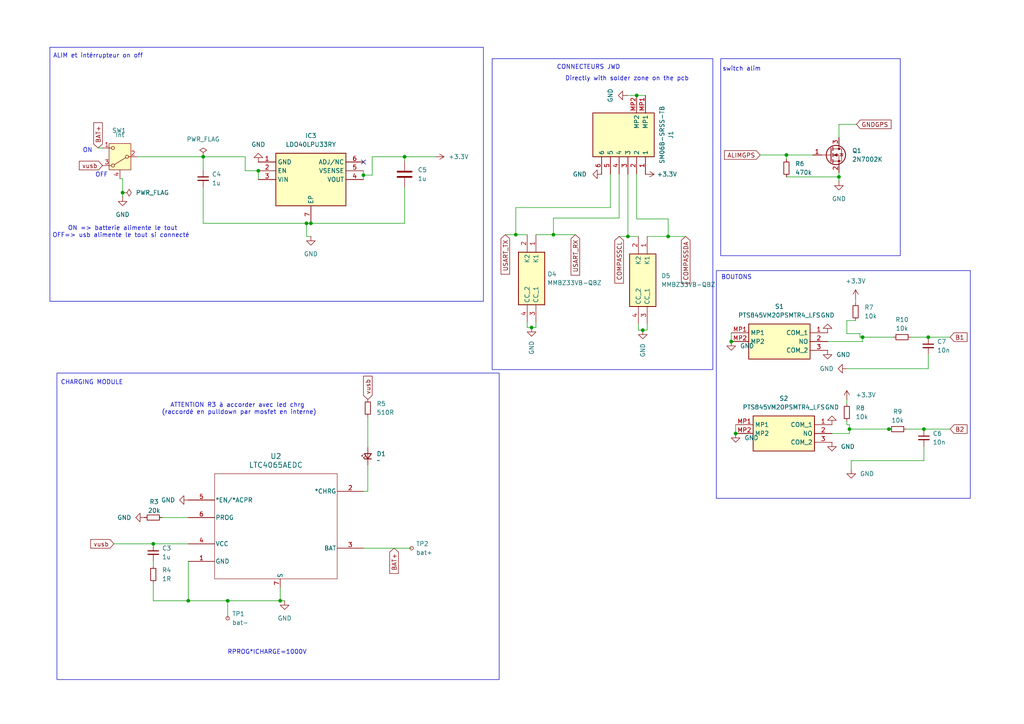
<source format=kicad_sch>
(kicad_sch (version 20231120) (generator "eeschema") (generator_version "8.0")
  (paper "A4")
  (lib_symbols
    (symbol "Connector:TestPoint_Small" (pin_numbers hide) (pin_names (offset 0.762) hide)
      (property "Reference" "TP" (at 0 3.81 0))
      (property "Value" "TestPoint_Small" (at 0 2.032 0))
      (symbol "TestPoint_Small_0_1"
        (circle (center 0 0) (radius 0.508))
      )
      (symbol "TestPoint_Small_1_1"
        (pin passive line (at 0 0 90) (length 0) (name "1") (number "1"))
      )
    )
    (symbol "Device:C" (pin_numbers hide) (pin_names (offset 0.254))
      (property "Reference" "C" (at 0.635 2.54 0))
      (property "Value" "C" (at 0.635 -2.54 0))
      (symbol "C_0_1"
        (polyline (pts (xy -2.032 -0.762) (xy 2.032 -0.762)) (stroke (width 0.508)))
        (polyline (pts (xy -2.032 0.762) (xy 2.032 0.762)) (stroke (width 0.508)))
      )
      (symbol "C_1_1"
        (pin passive line (at 0 3.81 270) (length 2.794) (name "~") (number "1"))
        (pin passive line (at 0 -3.81 90) (length 2.794) (name "~") (number "2"))
      )
    )
    (symbol "Device:C_Small" (pin_numbers hide) (pin_names (offset 0.254) hide)
      (property "Reference" "C" (at 0.254 1.778 0))
      (property "Value" "C_Small" (at 0.254 -2.032 0))
      (symbol "C_Small_0_1"
        (polyline (pts (xy -1.524 -0.508) (xy 1.524 -0.508)) (stroke (width 0.3302)))
        (polyline (pts (xy -1.524 0.508) (xy 1.524 0.508)) (stroke (width 0.3048)))
      )
      (symbol "C_Small_1_1"
        (pin passive line (at 0 2.54 270) (length 2.032) (name "~") (number "1"))
        (pin passive line (at 0 -2.54 90) (length 2.032) (name "~") (number "2"))
      )
    )
    (symbol "Device:LED_Small" (pin_numbers hide) (pin_names (offset 0.254) hide)
      (property "Reference" "D" (at -1.27 3.175 0))
      (property "Value" "LED_Small" (at -4.445 -2.54 0))
      (symbol "LED_Small_0_1"
        (polyline (pts (xy -0.762 -1.016) (xy -0.762 1.016)) (stroke (width 0.254)))
        (polyline (pts (xy 1.016 0) (xy -0.762 0)))
        (polyline (pts (xy 0.762 -1.016) (xy -0.762 0) (xy 0.762 1.016) (xy 0.762 -1.016)) (stroke (width 0.254)))
        (polyline (pts (xy 0 0.762) (xy -0.508 1.27) (xy -0.254 1.27) (xy -0.508 1.27) (xy -0.508 1.016)))
        (polyline (pts (xy 0.508 1.27) (xy 0 1.778) (xy 0.254 1.778) (xy 0 1.778) (xy 0 1.524)))
      )
      (symbol "LED_Small_1_1"
        (pin passive line (at -2.54 0 0) (length 1.778) (name "K") (number "1"))
        (pin passive line (at 2.54 0 180) (length 1.778) (name "A") (number "2"))
      )
    )
    (symbol "Device:R_Small" (pin_numbers hide) (pin_names (offset 0.254) hide)
      (property "Reference" "R" (at 0.762 0.508 0))
      (property "Value" "R_Small" (at 0.762 -1.016 0))
      (symbol "R_Small_0_1"
        (rectangle (start -0.762 1.778) (end 0.762 -1.778) (stroke (width 0.2032)))
      )
      (symbol "R_Small_1_1"
        (pin passive line (at 0 2.54 270) (length 0.762) (name "~") (number "1"))
        (pin passive line (at 0 -2.54 90) (length 0.762) (name "~") (number "2"))
      )
    )
    (symbol "LTC4065:LTC4065AEDC" (pin_names (offset 0.254))
      (property "Reference" "U2" (at 25.4 12.7 0))
      (property "Value" "LTC4065AEDC" (at 25.4 10.16 0))
      (symbol "LTC4065AEDC_0_1"
        (polyline (pts (xy 7.62 -22.86) (xy 43.18 -22.86)) (stroke (width 0.127)))
        (polyline (pts (xy 7.62 7.62) (xy 7.62 -22.86)) (stroke (width 0.127)))
        (polyline (pts (xy 43.18 -22.86) (xy 43.18 7.62)) (stroke (width 0.127)))
        (polyline (pts (xy 43.18 7.62) (xy 7.62 7.62)) (stroke (width 0.127)))
        (pin power_in line (at 0 -17.78 0) (length 7.62) (name "GND") (number "1"))
        (pin output line (at 50.8 2.54 180) (length 7.62) (name "*CHRG") (number "2"))
        (pin power_in line (at 0 -12.7 0) (length 7.62) (name "VCC") (number "4"))
        (pin bidirectional line (at 0 0 0) (length 7.62) (name "*EN/*ACPR") (number "5"))
        (pin unspecified line (at 0 -5.08 0) (length 7.62) (name "PROG") (number "6"))
      )
      (symbol "LTC4065AEDC_1_1"
        (pin power_out line (at 50.8 -13.97 180) (length 7.62) (name "BAT") (number "3"))
        (pin passive line (at 26.67 -25.4 90) (length 2.54) (name "S") (number "7"))
      )
    )
    (symbol "MMBZ33VB-QBZ:MMBZ33VB-QBZ"
      (property "Reference" "D" (at 21.59 7.62 0))
      (property "Value" "MMBZ33VB-QBZ" (at 21.59 5.08 0))
      (symbol "MMBZ33VB-QBZ_1_1"
        (rectangle (start 5.08 2.54) (end 20.32 -5.08) (stroke (width 0.254)) (fill (type background)))
        (pin passive line (at 0 0 0) (length 5.08) (name "K1") (number "1"))
        (pin passive line (at 0 -2.54 0) (length 5.08) (name "K2") (number "2"))
        (pin passive line (at 25.4 0 180) (length 5.08) (name "CC_1") (number "3"))
        (pin passive line (at 25.4 -2.54 180) (length 5.08) (name "CC_2") (number "4"))
      )
    )
    (symbol "SM06B-SRSS:SM06B-SRSS-TB"
      (property "Reference" "J" (at 19.05 7.62 0))
      (property "Value" "SM06B-SRSS-TB" (at 19.05 5.08 0))
      (symbol "SM06B-SRSS-TB_1_1"
        (rectangle (start 5.08 2.54) (end 17.78 -15.24) (stroke (width 0.254)) (fill (type background)))
        (pin passive line (at 22.86 0 180) (length 5.08) (name "1") (number "1"))
        (pin passive line (at 22.86 -2.54 180) (length 5.08) (name "2") (number "2"))
        (pin passive line (at 22.86 -5.08 180) (length 5.08) (name "3") (number "3"))
        (pin passive line (at 22.86 -7.62 180) (length 5.08) (name "4") (number "4"))
        (pin passive line (at 22.86 -10.16 180) (length 5.08) (name "5") (number "5"))
        (pin passive line (at 22.86 -12.7 180) (length 5.08) (name "6") (number "6"))
        (pin passive line (at 0 0 0) (length 5.08) (name "MP1") (number "MP1"))
        (pin passive line (at 0 -2.54 0) (length 5.08) (name "MP2") (number "MP2"))
      )
    )
    (symbol "Switch:SW_SPDT_321" (pin_names (offset 1) hide)
      (property "Reference" "SW6" (at 0.254 -7.62 0))
      (property "Value" "Int" (at 0 -6.35 0))
      (symbol "SW_SPDT_321_0_1"
        (circle (center -2.032 0) (radius 0.4572))
        (polyline (pts (xy -1.651 0.254) (xy 1.651 2.286)))
        (circle (center 2.032 -2.54) (radius 0.4572))
        (circle (center 2.032 2.54) (radius 0.4572))
      )
      (symbol "SW_SPDT_321_1_1"
        (rectangle (start -3.175 3.81) (end 3.175 -3.81) (fill (type background)))
        (pin passive line (at 5.08 -2.54 180) (length 2.54) (name "C") (number "1"))
        (pin passive line (at -5.08 0 0) (length 2.54) (name "B") (number "2"))
        (pin passive line (at 5.08 2.54 180) (length 2.54) (name "A") (number "3"))
        (pin passive line (at 0 6.35 270) (length 2.54) (name "S") (number "4"))
      )
    )
    (symbol "Transistor_FET:2N7002K" (pin_names hide)
      (property "Reference" "Q" (at 5.08 1.905 0))
      (property "Value" "2N7002K" (at 5.08 0 0))
      (symbol "2N7002K_0_1"
        (polyline (pts (xy 0.254 0) (xy -2.54 0)))
        (polyline (pts (xy 0.254 1.905) (xy 0.254 -1.905)) (stroke (width 0.254)))
        (polyline (pts (xy 0.762 -1.27) (xy 0.762 -2.286)) (stroke (width 0.254)))
        (polyline (pts (xy 0.762 0.508) (xy 0.762 -0.508)) (stroke (width 0.254)))
        (polyline (pts (xy 0.762 2.286) (xy 0.762 1.27)) (stroke (width 0.254)))
        (polyline (pts (xy 2.54 2.54) (xy 2.54 1.778)))
        (polyline (pts (xy 2.54 -2.54) (xy 2.54 0) (xy 0.762 0)))
        (polyline (pts (xy 0.762 -1.778) (xy 3.302 -1.778) (xy 3.302 1.778) (xy 0.762 1.778)))
        (polyline (pts (xy 1.016 0) (xy 2.032 0.381) (xy 2.032 -0.381) (xy 1.016 0)) (fill (type outline)))
        (polyline (pts (xy 2.794 0.508) (xy 2.921 0.381) (xy 3.683 0.381) (xy 3.81 0.254)))
        (polyline (pts (xy 3.302 0.381) (xy 2.921 -0.254) (xy 3.683 -0.254) (xy 3.302 0.381)))
        (circle (center 1.651 0) (radius 2.794) (stroke (width 0.254)))
        (circle (center 2.54 -1.778) (radius 0.254) (fill (type outline)))
        (circle (center 2.54 1.778) (radius 0.254) (fill (type outline)))
      )
      (symbol "2N7002K_1_1"
        (pin input line (at -5.08 0 0) (length 2.54) (name "G") (number "1"))
        (pin passive line (at 2.54 -5.08 90) (length 2.54) (name "S") (number "2"))
        (pin passive line (at 2.54 5.08 270) (length 2.54) (name "D") (number "3"))
      )
    )
    (symbol "ldo40pury:LDO40LPU33RY"
      (property "Reference" "IC" (at 26.67 7.62 0))
      (property "Value" "LDO40LPU33RY" (at 26.67 5.08 0))
      (symbol "LDO40LPU33RY_1_1"
        (rectangle (start 5.08 2.54) (end 25.4 -12.7) (stroke (width 0.254)) (fill (type background)))
        (pin passive line (at 0 0 0) (length 5.08) (name "GND") (number "1"))
        (pin passive line (at 0 -2.54 0) (length 5.08) (name "EN") (number "2"))
        (pin passive line (at 0 -5.08 0) (length 5.08) (name "VIN") (number "3"))
        (pin passive line (at 30.48 -5.08 180) (length 5.08) (name "VOUT") (number "4"))
        (pin passive line (at 30.48 -2.54 180) (length 5.08) (name "VSENSE") (number "5"))
        (pin passive line (at 30.48 0 180) (length 5.08) (name "ADJ/NC") (number "6"))
        (pin passive line (at 15.24 -17.78 90) (length 5.08) (name "EP") (number "7"))
      )
    )
    (symbol "power:+3.3V" (power) (pin_numbers hide) (pin_names (offset 0) hide)
      (property "Value" "+3.3V" (at 0 3.556 0))
      (symbol "+3.3V_0_1"
        (polyline (pts (xy -0.762 1.27) (xy 0 2.54)))
        (polyline (pts (xy 0 0) (xy 0 2.54)))
        (polyline (pts (xy 0 2.54) (xy 0.762 1.27)))
      )
      (symbol "+3.3V_1_1"
        (pin power_in line (at 0 0 90) (length 0) (name "~") (number "1"))
      )
    )
    (symbol "power:GND" (power) (pin_numbers hide) (pin_names (offset 0) hide)
      (property "Value" "GND" (at 0 -3.81 0))
      (symbol "GND_0_1"
        (polyline (pts (xy 0 0) (xy 0 -1.27) (xy 1.27 -1.27) (xy 0 -2.54) (xy -1.27 -1.27) (xy 0 -1.27)))
      )
      (symbol "GND_1_1"
        (pin power_in line (at 0 0 270) (length 0) (name "~") (number "1"))
      )
    )
    (symbol "power:PWR_FLAG" (power) (pin_numbers hide) (pin_names (offset 0) hide)
      (property "Value" "PWR_FLAG" (at 0 3.81 0))
      (symbol "PWR_FLAG_0_0"
        (pin power_out line (at 0 0 90) (length 0) (name "~") (number "1"))
      )
      (symbol "PWR_FLAG_0_1"
        (polyline (pts (xy 0 0) (xy 0 1.27) (xy -1.016 1.905) (xy 0 2.54) (xy 1.016 1.905) (xy 0 1.27)))
      )
    )
    (symbol "pts845:PTS845VM20PSMTR4_LFS"
      (property "Reference" "S" (at 24.13 7.62 0))
      (property "Value" "PTS845VM20PSMTR4_LFS" (at 24.13 5.08 0))
      (symbol "PTS845VM20PSMTR4_LFS_1_1"
        (rectangle (start 5.08 2.54) (end 22.86 -7.62) (stroke (width 0.254)) (fill (type background)))
        (pin passive line (at 27.94 0 180) (length 5.08) (name "COM_1") (number "1"))
        (pin passive line (at 27.94 -2.54 180) (length 5.08) (name "NO") (number "2"))
        (pin passive line (at 27.94 -5.08 180) (length 5.08) (name "COM_2") (number "3"))
        (pin passive line (at 0 0 0) (length 5.08) (name "MP1") (number "MP1"))
        (pin passive line (at 0 -2.54 0) (length 5.08) (name "MP2") (number "MP2"))
      )
    )
  )
  (junction (at 243.332 51.308))
  (junction (at 44.45 157.734))
  (junction (at 117.348 45.466))
  (junction (at 193.802 68.58))
  (junction (at 149.606 68.072))
  (junction (at 246.38 124.46))
  (junction (at 105.41 50.8))
  (junction (at 212.09 99.06))
  (junction (at 269.24 97.79))
  (junction (at 257.81 124.46))
  (junction (at 154.178 94.996))
  (junction (at 182.118 68.58))
  (junction (at 58.928 45.466))
  (junction (at 81.28 174.244))
  (junction (at 228.092 44.958))
  (junction (at 267.97 124.46))
  (junction (at 88.9 64.77))
  (junction (at 160.528 68.072))
  (junction (at 66.04 174.244))
  (junction (at 213.36 125.73))
  (junction (at 90.17 64.77))
  (junction (at 184.658 27.686))
  (junction (at 35.56 55.88))
  (junction (at 74.93 49.53))
  (junction (at 250.19 97.79))
  (junction (at 54.61 174.244))
  (junction (at 186.436 95.758))
  (no_connect (at 105.41 46.99))
  (wire (pts (xy 184.658 27.686) (xy 181.864 27.686)))
  (wire (pts (xy 54.61 162.814) (xy 54.61 174.244)))
  (wire (pts (xy 250.19 99.06) (xy 250.19 97.79)))
  (wire (pts (xy 35.56 51.816) (xy 34.798 51.816)))
  (wire (pts (xy 66.04 174.244) (xy 81.28 174.244)))
  (wire (pts (xy 44.45 169.164) (xy 44.45 174.244)))
  (wire (pts (xy 117.348 45.466) (xy 117.348 46.736)))
  (wire (pts (xy 177.038 50.546) (xy 177.038 60.198)))
  (wire (pts (xy 262.89 124.46) (xy 267.97 124.46)))
  (wire (pts (xy 243.332 51.308) (xy 243.332 52.578)))
  (wire (pts (xy 187.706 95.758) (xy 186.436 95.758)))
  (wire (pts (xy 267.97 129.54) (xy 267.97 133.604)))
  (wire (pts (xy 105.41 50.8) (xy 105.41 52.07)))
  (wire (pts (xy 71.12 49.53) (xy 74.93 49.53)))
  (wire (pts (xy 240.03 99.06) (xy 250.19 99.06)))
  (wire (pts (xy 149.606 68.072) (xy 152.908 68.072)))
  (wire (pts (xy 246.38 124.46) (xy 257.81 124.46)))
  (wire (pts (xy 182.118 50.546) (xy 182.118 68.58)))
  (wire (pts (xy 90.17 64.77) (xy 117.348 64.77)))
  (wire (pts (xy 228.092 44.958) (xy 228.092 46.228)))
  (wire (pts (xy 248.412 36.068) (xy 243.332 36.068)))
  (wire (pts (xy 105.41 50.8) (xy 107.95 50.8)))
  (wire (pts (xy 58.928 64.77) (xy 88.9 64.77)))
  (wire (pts (xy 245.618 96.774) (xy 249.428 96.774)))
  (wire (pts (xy 245.618 92.964) (xy 245.618 96.774)))
  (wire (pts (xy 267.97 124.46) (xy 275.59 124.46)))
  (wire (pts (xy 28.448 42.926) (xy 29.718 42.926)))
  (wire (pts (xy 81.28 174.244) (xy 82.55 174.244)))
  (wire (pts (xy 44.45 174.244) (xy 54.61 174.244)))
  (wire (pts (xy 44.45 157.734) (xy 54.61 157.734)))
  (wire (pts (xy 246.38 123.19) (xy 246.38 124.46)))
  (wire (pts (xy 106.68 120.904) (xy 106.68 129.794)))
  (wire (pts (xy 185.166 93.98) (xy 185.166 95.758)))
  (wire (pts (xy 160.528 68.072) (xy 166.878 68.072)))
  (wire (pts (xy 269.24 97.79) (xy 275.59 97.79)))
  (wire (pts (xy 249.428 96.774) (xy 249.428 97.79)))
  (wire (pts (xy 220.472 44.958) (xy 228.092 44.958)))
  (wire (pts (xy 90.17 68.58) (xy 88.9 68.58)))
  (wire (pts (xy 186.436 95.758) (xy 185.166 95.758)))
  (wire (pts (xy 269.24 102.87) (xy 269.24 106.934)))
  (wire (pts (xy 105.41 159.004) (xy 119.38 159.004)))
  (wire (pts (xy 267.97 133.604) (xy 246.888 133.604)))
  (wire (pts (xy 66.04 174.244) (xy 66.04 179.324)))
  (wire (pts (xy 154.178 94.996) (xy 155.448 94.996)))
  (wire (pts (xy 245.618 106.934) (xy 269.24 106.934)))
  (wire (pts (xy 245.618 92.964) (xy 248.158 92.964)))
  (wire (pts (xy 187.706 93.98) (xy 187.706 95.758)))
  (wire (pts (xy 212.09 96.52) (xy 212.09 99.06)))
  (wire (pts (xy 105.41 142.494) (xy 106.68 142.494)))
  (wire (pts (xy 258.572 124.46) (xy 257.81 124.46)))
  (wire (pts (xy 213.36 123.19) (xy 213.36 125.73)))
  (wire (pts (xy 182.118 68.58) (xy 185.166 68.58)))
  (wire (pts (xy 264.16 97.79) (xy 269.24 97.79)))
  (wire (pts (xy 248.158 87.884) (xy 248.158 86.614)))
  (wire (pts (xy 33.02 157.734) (xy 44.45 157.734)))
  (wire (pts (xy 184.658 63.5) (xy 193.802 63.5)))
  (wire (pts (xy 243.332 50.038) (xy 243.332 51.308)))
  (wire (pts (xy 246.38 124.46) (xy 246.38 125.73)))
  (wire (pts (xy 149.606 60.198) (xy 149.606 68.072)))
  (wire (pts (xy 246.888 133.604) (xy 246.888 136.144)))
  (wire (pts (xy 249.428 97.79) (xy 250.19 97.79)))
  (wire (pts (xy 179.578 68.58) (xy 182.118 68.58)))
  (wire (pts (xy 245.618 123.19) (xy 245.618 122.174)))
  (wire (pts (xy 250.19 97.79) (xy 259.08 97.79)))
  (wire (pts (xy 228.092 44.958) (xy 235.712 44.958)))
  (wire (pts (xy 198.882 68.58) (xy 193.802 68.58)))
  (wire (pts (xy 117.348 54.356) (xy 117.348 64.77)))
  (wire (pts (xy 241.3 125.73) (xy 246.38 125.73)))
  (wire (pts (xy 245.618 117.094) (xy 245.618 115.824)))
  (wire (pts (xy 35.56 57.15) (xy 35.56 55.88)))
  (wire (pts (xy 58.928 54.356) (xy 58.928 64.77)))
  (wire (pts (xy 71.12 45.466) (xy 58.928 45.466)))
  (wire (pts (xy 146.558 68.072) (xy 149.606 68.072)))
  (wire (pts (xy 44.45 162.814) (xy 44.45 164.084)))
  (wire (pts (xy 35.56 55.88) (xy 35.56 51.816)))
  (wire (pts (xy 246.38 123.19) (xy 245.618 123.19)))
  (wire (pts (xy 228.092 51.308) (xy 243.332 51.308)))
  (wire (pts (xy 177.038 60.198) (xy 149.606 60.198)))
  (wire (pts (xy 107.95 45.466) (xy 117.348 45.466)))
  (wire (pts (xy 152.908 94.996) (xy 154.178 94.996)))
  (wire (pts (xy 39.878 45.466) (xy 58.928 45.466)))
  (wire (pts (xy 155.448 68.072) (xy 160.528 68.072)))
  (wire (pts (xy 105.41 49.53) (xy 105.41 50.8)))
  (wire (pts (xy 54.61 174.244) (xy 66.04 174.244)))
  (wire (pts (xy 107.95 50.8) (xy 107.95 45.466)))
  (wire (pts (xy 106.68 142.494) (xy 106.68 134.874)))
  (wire (pts (xy 71.12 49.53) (xy 71.12 45.466)))
  (wire (pts (xy 74.93 52.07) (xy 74.93 49.53)))
  (wire (pts (xy 184.658 50.546) (xy 184.658 63.5)))
  (wire (pts (xy 193.802 63.5) (xy 193.802 68.58)))
  (wire (pts (xy 160.528 63.246) (xy 160.528 68.072)))
  (wire (pts (xy 179.578 63.246) (xy 160.528 63.246)))
  (wire (pts (xy 58.928 45.466) (xy 58.928 49.276)))
  (wire (pts (xy 46.99 150.114) (xy 54.61 150.114)))
  (wire (pts (xy 187.706 68.58) (xy 193.802 68.58)))
  (wire (pts (xy 243.332 36.068) (xy 243.332 39.878)))
  (wire (pts (xy 81.28 170.434) (xy 81.28 174.244)))
  (wire (pts (xy 88.9 64.77) (xy 90.17 64.77)))
  (wire (pts (xy 117.348 45.466) (xy 126.238 45.466)))
  (wire (pts (xy 152.908 93.472) (xy 152.908 94.996)))
  (wire (pts (xy 179.578 50.546) (xy 179.578 63.246)))
  (wire (pts (xy 88.9 64.77) (xy 88.9 68.58)))
  (wire (pts (xy 155.448 94.996) (xy 155.448 93.472)))
  (wire (pts (xy 187.198 27.686) (xy 184.658 27.686)))
  (rectangle (start 16.51 108.204) (end 144.78 197.104))
  (rectangle (start 207.772 78.486) (end 281.432 144.526))
  (rectangle (start 142.748 17.018) (end 206.756 107.188))
  (rectangle (start 14.478 13.716) (end 140.208 87.376))
  (rectangle (start 209.042 17.018) (end 261.112 74.168))
  (text "ALIM et intérrupteur on off" (at 28.448 16.256 0) (effects (font (size 1.27 1.27))))
  (text "BOUTONS" (at 213.614 80.518 0) (effects (font (size 1.27 1.27))))
  (text "ON => batterie alimente le tout\nOFF=> usb alimente le tout si connecté " (at 35.56 67.31 0) (effects (font (size 1.27 1.27))))
  (text "switch alim" (at 215.138 20.066 0) (effects (font (size 1.27 1.27))))
  (text "OFF" (at 29.464 50.8 0) (effects (font (size 1.27 1.27))))
  (text "RPROG*ICHARGE=1000V" (at 77.47 189.23 0) (effects (font (size 1.27 1.27))))
  (text "Directly with solder zone on the pcb" (at 181.864 22.86 0) (effects (font (size 1.27 1.27))))
  (text "ATTENTION R3 à accorder avec led chrg \n(raccordé en pulldown par mosfet en interne)\n" (at 69.342 118.618 0) (effects (font (size 1.27 1.27))))
  (text "CONNECTEURS JWD" (at 170.688 19.558 0) (effects (font (size 1.27 1.27))))
  (text "ON" (at 25.4 43.688 0) (effects (font (size 1.27 1.27))))
  (text "CHARGING MODULE" (at 26.67 110.998 0) (effects (font (size 1.27 1.27))))
  (global_label "vusb" (shape input) (at 106.68 115.824 90) (property "Intersheetrefs" "${INTERSHEET_REFS}" (effects (hide yes))))
  (global_label "BAT+" (shape input) (at 114.3 159.004 270) (property "Intersheetrefs" "${INTERSHEET_REFS}" (effects (hide yes))))
  (global_label "GNDGPS" (shape input) (at 248.412 36.068 0) (property "Intersheetrefs" "${INTERSHEET_REFS}" (effects (hide yes))))
  (global_label "ALIMGPS" (shape input) (at 220.472 44.958 180) (property "Intersheetrefs" "${INTERSHEET_REFS}" (effects (hide yes))))
  (global_label "USART_RX" (shape input) (at 166.878 68.072 270) (property "Intersheetrefs" "${INTERSHEET_REFS}" (effects (hide yes))))
  (global_label "USART_TX" (shape input) (at 146.558 68.072 270) (property "Intersheetrefs" "${INTERSHEET_REFS}" (effects (hide yes))))
  (global_label "BAT+" (shape input) (at 28.448 42.926 90) (property "Intersheetrefs" "${INTERSHEET_REFS}" (effects (hide yes))))
  (global_label "B2" (shape input) (at 275.59 124.46 0) (property "Intersheetrefs" "${INTERSHEET_REFS}" (effects (hide yes))))
  (global_label "COMPASSDA" (shape input) (at 198.882 68.58 270) (property "Intersheetrefs" "${INTERSHEET_REFS}" (effects (hide yes))))
  (global_label "vusb" (shape input) (at 29.718 48.006 180) (property "Intersheetrefs" "${INTERSHEET_REFS}" (effects (hide yes))))
  (global_label "COMPASSCL" (shape input) (at 179.578 68.58 270) (property "Intersheetrefs" "${INTERSHEET_REFS}" (effects (hide yes))))
  (global_label "vusb" (shape input) (at 33.02 157.734 180) (property "Intersheetrefs" "${INTERSHEET_REFS}" (effects (hide yes))))
  (global_label "B1" (shape input) (at 275.59 97.79 0) (property "Intersheetrefs" "${INTERSHEET_REFS}" (effects (hide yes))))
  (symbol (lib_id "pts845:PTS845VM20PSMTR4_LFS") (at 213.36 123.19 0) (unit 1)
    (property "Reference" "S2" (at 227.33 115.57 0))
    (property "Value" "PTS845VM20PSMTR4_LFS" (at 227.33 118.11 0))
    (property "Footprint" "pts845:PTS845VM20PSMTR4LFS" (effects (hide yes)))
    (property "Datasheet" "https://www.ckswitches.com/media/3009/pts845.pdf" (effects (hide yes)))
    (property "Description" "Tactile Switches 50mA 12VDC, 80gf, Grey Actuator" (effects (hide yes)))
    (property "Height" "3.3" (effects (hide yes)))
    (property "Manufacturer_Name" "C & K COMPONENTS" (effects (hide yes)))
    (property "Manufacturer_Part_Number" "PTS845VM20PSMTR4 LFS" (effects (hide yes)))
    (property "Mouser Part Number" "611-PTS845VM20PSMTR4" (effects (hide yes)))
    (property "Mouser Price/Stock" "https://www.mouser.co.uk/ProductDetail/CK/PTS845VM20PSMTR4-LFS?qs=81r%252BiQLm7BQxQDX8di0zbw%3D%3D" (effects (hide yes)))
    (property "Arrow Part Number" "PTS845VM20PSMTR4 LFS" (effects (hide yes)))
    (property "Arrow Price/Stock" "https://www.arrow.com/en/products/pts845vm20psmtr4lfs/ck?region=nac" (effects (hide yes)))
  )
  (symbol (lib_id "power:GND") (at 240.03 101.6 0) (unit 1)
    (property "Reference" "#PWR058" (effects (hide yes)))
    (property "Value" "GND" (at 242.57 102.8699 0) (effects (justify left)))
    (property "Description" "Power symbol creates a global label with name \"GND\" , ground" (effects (hide yes)))
  )
  (symbol (lib_id "Switch:SW_SPDT_321") (at 34.798 45.466 180) (unit 1)
    (property "Reference" "SW1" (at 34.544 37.846 0))
    (property "Value" "Int" (at 34.798 39.116 0))
    (property "Footprint" "SW_PCM:SW_PCM" (effects (hide yes)))
    (property "Description" "Switch, single pole double throw" (effects (hide yes)))
  )
  (symbol (lib_id "Device:R_Small") (at 106.68 118.364 0) (unit 1)
    (property "Reference" "R5" (at 109.22 117.0939 0) (effects (justify left)))
    (property "Value" "510R" (at 109.22 119.6339 0) (effects (justify left)))
    (property "Footprint" "Resistor_SMD:R_0402_1005Metric" (effects (hide yes)))
    (property "Description" "Resistor, small symbol" (effects (hide yes)))
  )
  (symbol (lib_id "Connector:TestPoint_Small") (at 66.04 179.324 0) (unit 1)
    (property "Reference" "TP1" (at 67.31 178.0539 0) (effects (justify left)))
    (property "Value" "bat-" (at 67.31 180.5939 0) (effects (justify left)))
    (property "Footprint" "TestPoint:TestPoint_THTPad_D1.0mm_Drill0.5mm" (effects (hide yes)))
    (property "Description" "test point" (effects (hide yes)))
  )
  (symbol (lib_id "power:GND") (at 41.91 150.114 270) (unit 1)
    (property "Reference" "#PWR02" (effects (hide yes)))
    (property "Value" "GND" (at 38.1 150.1139 90) (effects (justify right)))
    (property "Description" "Power symbol creates a global label with name \"GND\" , ground" (effects (hide yes)))
  )
  (symbol (lib_id "power:GND") (at 243.332 52.578 0) (unit 1)
    (property "Reference" "#PWR011" (effects (hide yes)))
    (property "Value" "GND" (at 243.332 57.658 0))
    (property "Description" "Power symbol creates a global label with name \"GND\" , ground" (effects (hide yes)))
  )
  (symbol (lib_id "power:GND") (at 35.56 57.15 0) (unit 1)
    (property "Reference" "#PWR01" (effects (hide yes)))
    (property "Value" "GND" (at 35.56 62.23 0))
    (property "Description" "Power symbol creates a global label with name \"GND\" , ground" (effects (hide yes)))
  )
  (symbol (lib_id "power:GND") (at 82.55 174.244 0) (unit 1)
    (property "Reference" "#PWR04" (effects (hide yes)))
    (property "Value" "GND" (at 82.55 179.324 0))
    (property "Description" "Power symbol creates a global label with name \"GND\" , ground" (effects (hide yes)))
  )
  (symbol (lib_id "power:GND") (at 186.436 95.758 0) (unit 1)
    (property "Reference" "#PWR050" (effects (hide yes)))
    (property "Value" "GND" (at 186.4361 99.568 90) (effects (justify right)))
    (property "Description" "Power symbol creates a global label with name \"GND\" , ground" (effects (hide yes)))
  )
  (symbol (lib_id "Device:R_Small") (at 261.62 97.79 90) (unit 1)
    (property "Reference" "R10" (at 261.62 92.71 90))
    (property "Value" "10k" (at 261.62 95.25 90))
    (property "Footprint" "Resistor_SMD:R_0402_1005Metric" (effects (hide yes)))
    (property "Description" "Resistor, small symbol" (effects (hide yes)))
  )
  (symbol (lib_id "Device:C_Small") (at 269.24 100.33 0) (unit 1)
    (property "Reference" "C7" (at 271.78 99.0662 0) (effects (justify left)))
    (property "Value" "10n" (at 271.78 101.6062 0) (effects (justify left)))
    (property "Footprint" "Capacitor_SMD:C_0402_1005Metric" (effects (hide yes)))
    (property "Description" "Unpolarized capacitor, small symbol" (effects (hide yes)))
  )
  (symbol (lib_id "power:GND") (at 240.03 96.52 180) (unit 1)
    (property "Reference" "#PWR059" (effects (hide yes)))
    (property "Value" "GND" (at 240.03 91.44 0))
    (property "Description" "Power symbol creates a global label with name \"GND\" , ground" (effects (hide yes)))
  )
  (symbol (lib_id "power:+3.3V") (at 126.238 45.466 270) (unit 1)
    (property "Reference" "#PWR06" (effects (hide yes)))
    (property "Value" "+3.3V" (at 130.048 45.4659 90) (effects (justify left)))
    (property "Description" "Power symbol creates a global label with name \"+3.3V\"" (effects (hide yes)))
  )
  (symbol (lib_id "Device:R_Small") (at 44.45 150.114 90) (unit 1)
    (property "Reference" "R3" (at 44.704 145.542 90))
    (property "Value" "20k" (at 44.704 148.082 90))
    (property "Footprint" "Resistor_SMD:R_0402_1005Metric" (effects (hide yes)))
    (property "Description" "Resistor, small symbol" (effects (hide yes)))
  )
  (symbol (lib_id "power:+3.3V") (at 187.198 50.546 270) (unit 1)
    (property "Reference" "#PWR09" (effects (hide yes)))
    (property "Value" "+3.3V" (at 190.5 50.5459 90) (effects (justify left)))
    (property "Description" "Power symbol creates a global label with name \"+3.3V\"" (effects (hide yes)))
  )
  (symbol (lib_id "power:GND") (at 212.09 99.06 0) (unit 1)
    (property "Reference" "#PWR060" (effects (hide yes)))
    (property "Value" "GND" (at 214.63 100.3299 0) (effects (justify left)))
    (property "Description" "Power symbol creates a global label with name \"GND\" , ground" (effects (hide yes)))
  )
  (symbol (lib_id "power:+3.3V") (at 248.158 86.614 0) (unit 1)
    (property "Reference" "#PWR013" (effects (hide yes)))
    (property "Value" "+3.3V" (at 248.158 81.534 0))
    (property "Description" "Power symbol creates a global label with name \"+3.3V\"" (effects (hide yes)))
  )
  (symbol (lib_id "Device:R_Small") (at 260.35 124.46 90) (unit 1)
    (property "Reference" "R9" (at 260.35 119.38 90))
    (property "Value" "10k" (at 260.35 121.92 90))
    (property "Footprint" "Resistor_SMD:R_0402_1005Metric" (effects (hide yes)))
    (property "Description" "Resistor, small symbol" (effects (hide yes)))
  )
  (symbol (lib_id "Device:C_Small") (at 58.928 51.816 0) (unit 1)
    (property "Reference" "C4" (at 61.468 50.5522 0) (effects (justify left)))
    (property "Value" "1u" (at 61.468 53.0922 0) (effects (justify left)))
    (property "Footprint" "Capacitor_SMD:C_0402_1005Metric" (effects (hide yes)))
    (property "Description" "Unpolarized capacitor, small symbol" (effects (hide yes)))
  )
  (symbol (lib_id "power:PWR_FLAG") (at 35.56 55.88 270) (unit 1)
    (property "Reference" "#FLG07" (effects (hide yes)))
    (property "Value" "PWR_FLAG" (at 39.37 55.8799 90) (effects (justify left)))
    (property "Description" "Special symbol for telling ERC where power comes from" (effects (hide yes)))
  )
  (symbol (lib_id "power:GND") (at 241.3 123.19 180) (unit 1)
    (property "Reference" "#PWR057" (effects (hide yes)))
    (property "Value" "GND" (at 241.3 118.11 0))
    (property "Description" "Power symbol creates a global label with name \"GND\" , ground" (effects (hide yes)))
  )
  (symbol (lib_id "power:GND") (at 90.17 68.58 0) (unit 1)
    (property "Reference" "#PWR05" (effects (hide yes)))
    (property "Value" "GND" (at 90.17 73.66 0))
    (property "Description" "Power symbol creates a global label with name \"GND\" , ground" (effects (hide yes)))
  )
  (symbol (lib_id "Device:LED_Small") (at 106.68 132.334 90) (unit 1)
    (property "Reference" "D1" (at 109.22 131.6354 90) (effects (justify right)))
    (property "Value" "~" (at 109.22 133.5405 90) (effects (justify right)))
    (property "Footprint" "LED_SMD:LED_0201_0603Metric_Pad0.64x0.40mm_HandSolder" (effects (hide yes)))
    (property "Description" "Light emitting diode, small symbol" (effects (hide yes)))
  )
  (symbol (lib_id "power:GND") (at 241.3 128.27 0) (unit 1)
    (property "Reference" "#PWR055" (effects (hide yes)))
    (property "Value" "GND" (at 243.84 129.5399 0) (effects (justify left)))
    (property "Description" "Power symbol creates a global label with name \"GND\" , ground" (effects (hide yes)))
  )
  (symbol (lib_id "power:GND") (at 74.93 46.99 180) (unit 1)
    (property "Reference" "#PWR054" (effects (hide yes)))
    (property "Value" "GND" (at 74.93 41.91 0))
    (property "Description" "Power symbol creates a global label with name \"GND\" , ground" (effects (hide yes)))
  )
  (symbol (lib_id "Device:C_Small") (at 44.45 160.274 0) (unit 1)
    (property "Reference" "C3" (at 46.99 159.0102 0) (effects (justify left)))
    (property "Value" "1u" (at 46.99 161.5502 0) (effects (justify left)))
    (property "Footprint" "Capacitor_SMD:C_0402_1005Metric" (effects (hide yes)))
    (property "Description" "Unpolarized capacitor, small symbol" (effects (hide yes)))
  )
  (symbol (lib_id "power:GND") (at 245.618 106.934 270) (unit 1)
    (property "Reference" "#PWR012" (effects (hide yes)))
    (property "Value" "GND" (at 241.808 106.9339 90) (effects (justify right)))
    (property "Description" "Power symbol creates a global label with name \"GND\" , ground" (effects (hide yes)))
  )
  (symbol (lib_id "pts845:PTS845VM20PSMTR4_LFS") (at 212.09 96.52 0) (unit 1)
    (property "Reference" "S1" (at 226.06 88.9 0))
    (property "Value" "PTS845VM20PSMTR4_LFS" (at 226.06 91.44 0))
    (property "Footprint" "pts845:PTS845VM20PSMTR4LFS" (effects (hide yes)))
    (property "Datasheet" "https://www.ckswitches.com/media/3009/pts845.pdf" (effects (hide yes)))
    (property "Description" "Tactile Switches 50mA 12VDC, 80gf, Grey Actuator" (effects (hide yes)))
    (property "Height" "3.3" (effects (hide yes)))
    (property "Manufacturer_Name" "C & K COMPONENTS" (effects (hide yes)))
    (property "Manufacturer_Part_Number" "PTS845VM20PSMTR4 LFS" (effects (hide yes)))
    (property "Mouser Part Number" "611-PTS845VM20PSMTR4" (effects (hide yes)))
    (property "Mouser Price/Stock" "https://www.mouser.co.uk/ProductDetail/CK/PTS845VM20PSMTR4-LFS?qs=81r%252BiQLm7BQxQDX8di0zbw%3D%3D" (effects (hide yes)))
    (property "Arrow Part Number" "PTS845VM20PSMTR4 LFS" (effects (hide yes)))
    (property "Arrow Price/Stock" "https://www.arrow.com/en/products/pts845vm20psmtr4lfs/ck?region=nac" (effects (hide yes)))
  )
  (symbol (lib_id "MMBZ33VB-QBZ:MMBZ33VB-QBZ") (at 155.448 68.072 270) (unit 1)
    (property "Reference" "D4" (at 158.75 79.5019 90) (effects (justify left)))
    (property "Value" "MMBZ33VB-QBZ" (at 158.75 82.0419 90) (effects (justify left)))
    (property "Footprint" "MMBZ33VBQBZ:BC847BQBZ" (effects (hide yes)))
    (property "Datasheet" "https://assets.nexperia.com/documents/data-sheet/MMBZ33VB-QB.pdf" (effects (hide yes)))
    (property "Description" "Low capacitance bidirectional dual line ESD protection diode" (effects (hide yes)))
    (property "Height" "0.5" (effects (hide yes)))
    (property "Manufacturer_Name" "Nexperia" (effects (hide yes)))
    (property "Manufacturer_Part_Number" "MMBZ33VB-QBZ" (effects (hide yes)))
    (property "Mouser Part Number" "771-MMBZ33VBQBZ" (effects (hide yes)))
    (property "Mouser Price/Stock" "https://www.mouser.co.uk/ProductDetail/Nexperia/MMBZ33VB-QBZ?qs=olJun0bQHM%2F4IJBwkSgIfQ%3D%3D" (effects (hide yes)))
  )
  (symbol (lib_id "power:GND") (at 213.36 125.73 0) (unit 1)
    (property "Reference" "#PWR056" (effects (hide yes)))
    (property "Value" "GND" (at 215.9 126.9999 0) (effects (justify left)))
    (property "Description" "Power symbol creates a global label with name \"GND\" , ground" (effects (hide yes)))
  )
  (symbol (lib_id "Device:C_Small") (at 267.97 127 0) (unit 1)
    (property "Reference" "C6" (at 270.51 125.7362 0) (effects (justify left)))
    (property "Value" "10n" (at 270.51 128.2762 0) (effects (justify left)))
    (property "Footprint" "Capacitor_SMD:C_0402_1005Metric" (effects (hide yes)))
    (property "Description" "Unpolarized capacitor, small symbol" (effects (hide yes)))
  )
  (symbol (lib_id "LTC4065:LTC4065AEDC") (at 54.61 145.034 0) (unit 1)
    (property "Reference" "U2" (at 80.01 132.334 0) (effects (font (size 1.524 1.524))))
    (property "Value" "LTC4065AEDC" (at 80.01 134.874 0) (effects (font (size 1.524 1.524))))
    (property "Footprint" "ltc4065:DFN-6_DC_LIT" (effects (hide yes)))
    (property "Datasheet" "https://www.analog.com/media/en/technical-documentation/data-sheets/4065fb.pdf" (effects (hide yes)))
    (property "Description" "LTC4065AEDC" (effects (hide yes)))
  )
  (symbol (lib_id "Device:R_Small") (at 228.092 48.768 0) (unit 1)
    (property "Reference" "R6" (at 230.632 47.4979 0) (effects (justify left)))
    (property "Value" "470k" (at 230.632 50.0379 0) (effects (justify left)))
    (property "Footprint" "Resistor_SMD:R_0402_1005Metric" (effects (hide yes)))
    (property "Description" "Resistor, small symbol" (effects (hide yes)))
  )
  (symbol (lib_id "SM06B-SRSS:SM06B-SRSS-TB") (at 187.198 27.686 270) (unit 1)
    (property "Reference" "J1" (at 194.564 39.116 0))
    (property "Value" "SM06B-SRSS-TB" (at 192.024 39.116 0))
    (property "Footprint" "Connector_JST:JST_SH_SM06B-SRSS-TB_1x06-1MP_P1.00mm_Horizontal" (effects (hide yes)))
    (property "Datasheet" "https://media.digikey.com/pdf/Data%20Sheets/JST%20PDFs/SR%20Connector.pdf" (effects (hide yes)))
    (property "Description" "CONN HEADER SH 6POS SIDE 1MM TIN" (effects (hide yes)))
    (property "Height" "2.95" (effects (hide yes)))
    (property "Manufacturer_Name" "JST (JAPAN SOLDERLESS TERMINALS)" (effects (hide yes)))
    (property "Manufacturer_Part_Number" "SM06B-SRSS-TB" (effects (hide yes)))
  )
  (symbol (lib_id "power:GND") (at 181.864 27.686 270) (unit 1)
    (property "Reference" "#PWR07" (effects (hide yes)))
    (property "Value" "GND" (at 177.038 27.686 0))
    (property "Description" "Power symbol creates a global label with name \"GND\" , ground" (effects (hide yes)))
  )
  (symbol (lib_id "Device:R_Small") (at 248.158 90.424 0) (unit 1)
    (property "Reference" "R7" (at 250.698 89.1539 0) (effects (justify left)))
    (property "Value" "10k" (at 250.698 91.6939 0) (effects (justify left)))
    (property "Footprint" "Resistor_SMD:R_0402_1005Metric" (effects (hide yes)))
    (property "Description" "Resistor, small symbol" (effects (hide yes)))
  )
  (symbol (lib_id "power:GND") (at 154.178 94.996 0) (unit 1)
    (property "Reference" "#PWR049" (effects (hide yes)))
    (property "Value" "GND" (at 154.1781 98.806 90) (effects (justify right)))
    (property "Description" "Power symbol creates a global label with name \"GND\" , ground" (effects (hide yes)))
  )
  (symbol (lib_id "Transistor_FET:2N7002K") (at 240.792 44.958 0) (unit 1)
    (property "Reference" "Q1" (at 247.142 43.6879 0) (effects (justify left)))
    (property "Value" "2N7002K" (at 247.142 46.2279 0) (effects (justify left)))
    (property "Footprint" "2N7002KQBZ:2N7002KQB" (effects (hide yes)))
    (property "Datasheet" "https://www.mouser.fr/datasheet/2/916/2N7002KQB-2721666.pdf" (effects (hide yes)))
    (property "Description" "2N7002KQBZ" (effects (hide yes)))
  )
  (symbol (lib_id "ldo40pury:LDO40LPU33RY") (at 74.93 46.99 0) (unit 1)
    (property "Reference" "IC3" (at 90.17 39.37 0))
    (property "Value" "LDO40LPU33RY" (at 90.17 41.91 0))
    (property "Footprint" "ldo40pury:SON95P300X300X90-7N-D" (effects (hide yes)))
    (property "Datasheet" "https://www.st.com/resource/en/datasheet/ldo40l.pdf" (effects (hide yes)))
    (property "Description" "LDO Voltage Regulators POWER MANAGEMENT" (effects (hide yes)))
    (property "Height" "0.9" (effects (hide yes)))
    (property "Manufacturer_Name" "STMicroelectronics" (effects (hide yes)))
    (property "Manufacturer_Part_Number" "LDO40LPU33RY" (effects (hide yes)))
    (property "Mouser Part Number" "511-LDO40LPU33RY" (effects (hide yes)))
    (property "Mouser Price/Stock" "https://www.mouser.co.uk/ProductDetail/STMicroelectronics/LDO40LPU33RY?qs=qSfuJ%252Bfl%2Fd5qazWclm%2Ffpg%3D%3D" (effects (hide yes)))
    (property "Arrow Part Number" "LDO40LPU33RY" (effects (hide yes)))
    (property "Arrow Price/Stock" "https://www.arrow.com/en/products/ldo40lpu33ry/stmicroelectronics?utm_currency=USD&region=europe" (effects (hide yes)))
  )
  (symbol (lib_id "power:GND") (at 246.888 136.144 0) (unit 1)
    (property "Reference" "#PWR015" (effects (hide yes)))
    (property "Value" "GND" (at 249.428 137.4139 0) (effects (justify left)))
    (property "Description" "Power symbol creates a global label with name \"GND\" , ground" (effects (hide yes)))
  )
  (symbol (lib_id "Connector:TestPoint_Small") (at 119.38 159.004 0) (unit 1)
    (property "Reference" "TP2" (at 120.65 157.7339 0) (effects (justify left)))
    (property "Value" "bat+" (at 120.65 160.2739 0) (effects (justify left)))
    (property "Footprint" "TestPoint:TestPoint_THTPad_D1.0mm_Drill0.5mm" (effects (hide yes)))
    (property "Description" "test point" (effects (hide yes)))
  )
  (symbol (lib_id "power:PWR_FLAG") (at 58.928 45.466 0) (unit 1)
    (property "Reference" "#FLG01" (effects (hide yes)))
    (property "Value" "PWR_FLAG" (at 58.928 40.386 0))
    (property "Description" "Special symbol for telling ERC where power comes from" (effects (hide yes)))
  )
  (symbol (lib_id "power:GND") (at 174.498 50.546 270) (unit 1)
    (property "Reference" "#PWR010" (effects (hide yes)))
    (property "Value" "GND" (at 168.148 50.546 90))
    (property "Description" "Power symbol creates a global label with name \"GND\" , ground" (effects (hide yes)))
  )
  (symbol (lib_id "power:GND") (at 54.61 145.034 270) (unit 1)
    (property "Reference" "#PWR03" (effects (hide yes)))
    (property "Value" "GND" (at 50.8 145.0339 90) (effects (justify right)))
    (property "Description" "Power symbol creates a global label with name \"GND\" , ground" (effects (hide yes)))
  )
  (symbol (lib_id "Device:R_Small") (at 44.45 166.624 0) (unit 1)
    (property "Reference" "R4" (at 46.99 165.3539 0) (effects (justify left)))
    (property "Value" "1R" (at 46.99 167.8939 0) (effects (justify left)))
    (property "Footprint" "Resistor_SMD:R_0402_1005Metric" (effects (hide yes)))
    (property "Description" "Resistor, small symbol" (effects (hide yes)))
  )
  (symbol (lib_id "MMBZ33VB-QBZ:MMBZ33VB-QBZ") (at 187.706 68.58 270) (unit 1)
    (property "Reference" "D5" (at 191.77 80.0099 90) (effects (justify left)))
    (property "Value" "MMBZ33VB-QBZ" (at 191.77 82.5499 90) (effects (justify left)))
    (property "Footprint" "MMBZ33VBQBZ:BC847BQBZ" (effects (hide yes)))
    (property "Datasheet" "https://assets.nexperia.com/documents/data-sheet/MMBZ33VB-QB.pdf" (effects (hide yes)))
    (property "Description" "Low capacitance bidirectional dual line ESD protection diode" (effects (hide yes)))
    (property "Height" "0.5" (effects (hide yes)))
    (property "Manufacturer_Name" "Nexperia" (effects (hide yes)))
    (property "Manufacturer_Part_Number" "MMBZ33VB-QBZ" (effects (hide yes)))
    (property "Mouser Part Number" "771-MMBZ33VBQBZ" (effects (hide yes)))
    (property "Mouser Price/Stock" "https://www.mouser.co.uk/ProductDetail/Nexperia/MMBZ33VB-QBZ?qs=olJun0bQHM%2F4IJBwkSgIfQ%3D%3D" (effects (hide yes)))
  )
  (symbol (lib_id "power:+3.3V") (at 245.618 115.824 0) (unit 1)
    (property "Reference" "#PWR014" (effects (hide yes)))
    (property "Value" "+3.3V" (at 248.158 114.5539 0) (effects (justify left)))
    (property "Description" "Power symbol creates a global label with name \"+3.3V\"" (effects (hide yes)))
  )
  (symbol (lib_id "Device:R_Small") (at 245.618 119.634 0) (unit 1)
    (property "Reference" "R8" (at 248.158 118.3639 0) (effects (justify left)))
    (property "Value" "10k" (at 248.158 120.9039 0) (effects (justify left)))
    (property "Footprint" "Resistor_SMD:R_0402_1005Metric" (effects (hide yes)))
    (property "Description" "Resistor, small symbol" (effects (hide yes)))
  )
  (symbol (lib_id "Device:C") (at 117.348 50.546 0) (unit 1)
    (property "Reference" "C5" (at 121.158 49.2759 0) (effects (justify left)))
    (property "Value" "1u" (at 121.158 51.8159 0) (effects (justify left)))
    (property "Footprint" "Capacitor_SMD:C_0402_1005Metric" (effects (hide yes)))
    (property "Description" "Unpolarized capacitor" (effects (hide yes)))
  )
)
</source>
